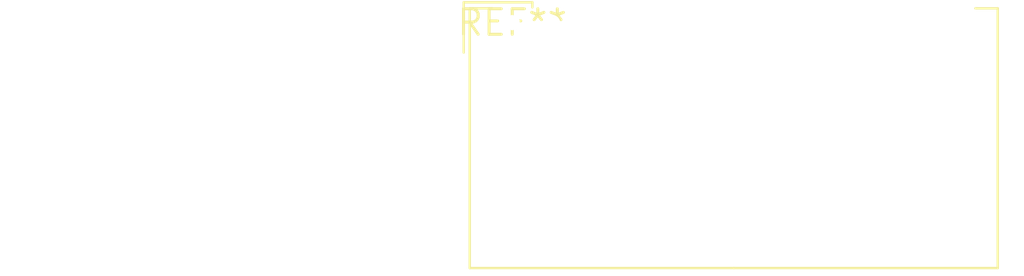
<source format=kicad_pcb>
(kicad_pcb (version 20240108) (generator pcbnew)
  (layers (0 "F.Cu" signal) (31 "B.Cu" signal) (34 "B.Paste" user) (35 "F.Paste" user) (36 "B.SilkS" user "B.Silkscreen") (37 "F.SilkS" user "F.Silkscreen") (38 "B.Mask" user) (39 "F.Mask" user) (44 "Edge.Cuts" user))
  (net 0 "")
  (footprint "JST_PUD_S24B-PUDSS-1_2x12_P2.00mm_Horizontal" (layer "F.Cu") (at 0 0)
    (property "Reference" "REF**")
    (property "Value" "JST_PUD_S24B-PUDSS-1_2x12_P2.00mm_Horizontal")
    (fp_line (start -2.41 -1.01) (end -2.41 1.49) (layer "F.SilkS") (stroke (width 0.12)))
    (fp_line (start -2.11 -0.71) (end -2.11 12.21) (layer "F.SilkS") (stroke (width 0.12)))
    (fp_line (start -2.11 12.21) (end 11 12.21) (layer "F.SilkS") (stroke (width 0.12)))
    (fp_line (start -1 -0.71) (end -2.11 -0.71) (layer "F.SilkS") (stroke (width 0.12)))
    (fp_line (start 1 -1.01) (end -2.41 -1.01) (layer "F.SilkS") (stroke (width 0.12)))
    (fp_line (start 1 -0.76) (end 1 -1.01) (layer "F.SilkS") (stroke (width 0.12)))
    (fp_line (start 23 -0.71) (end 24.11 -0.71) (layer "F.SilkS") (stroke (width 0.12)))
    (fp_line (start 24.11 -0.71) (end 24.11 12.21) (layer "F.SilkS") (stroke (width 0.12)))
    (fp_line (start 24.11 12.21) (end 11 12.21) (layer "F.SilkS") (stroke (width 0.12)))
    (pad "" np_thru_hole circle (at -0.9 9.7) (size 1.65 1.65) (drill 1.65) (layers *.Cu *.Mask))
    (pad "" np_thru_hole circle (at 22.9 9.7) (size 1.65 1.65) (drill 1.65) (layers *.Cu *.Mask))
    (pad "1" thru_hole roundrect (at 0 0) (size 1.2 1.2) (drill 0.75) (layers *.Cu *.Mask) (remove_unused_layers) (roundrect_rratio 0.208333))
    (pad "2" thru_hole circle (at 0 2) (size 1.2 1.2) (drill 0.75) (layers *.Cu *.Mask) (remove_unused_layers))
    (pad "3" thru_hole circle (at 2 0) (size 1.2 1.2) (drill 0.75) (layers *.Cu *.Mask) (remove_unused_layers))
    (pad "4" thru_hole circle (at 2 2) (size 1.2 1.2) (drill 0.75) (layers *.Cu *.Mask) (remove_unused_layers))
    (pad "5" thru_hole circle (at 4 0) (size 1.2 1.2) (drill 0.75) (layers *.Cu *.Mask) (remove_unused_layers))
    (pad "6" thru_hole circle (at 4 2) (size 1.2 1.2) (drill 0.75) (layers *.Cu *.Mask) (remove_unused_layers))
    (pad "7" thru_hole circle (at 6 0) (size 1.2 1.2) (drill 0.75) (layers *.Cu *.Mask) (remove_unused_layers))
    (pad "8" thru_hole circle (at 6 2) (size 1.2 1.2) (drill 0.75) (layers *.Cu *.Mask) (remove_unused_layers))
    (pad "9" thru_hole circle (at 8 0) (size 1.2 1.2) (drill 0.75) (layers *.Cu *.Mask) (remove_unused_layers))
    (pad "10" thru_hole circle (at 8 2) (size 1.2 1.2) (drill 0.75) (layers *.Cu *.Mask) (remove_unused_layers))
    (pad "11" thru_hole circle (at 10 0) (size 1.2 1.2) (drill 0.75) (layers *.Cu *.Mask) (remove_unused_layers))
    (pad "12" thru_hole circle (at 10 2) (size 1.2 1.2) (drill 0.75) (layers *.Cu *.Mask) (remove_unused_layers))
    (pad "13" thru_hole circle (at 12 0) (size 1.2 1.2) (drill 0.75) (layers *.Cu *.Mask) (remove_unused_layers))
    (pad "14" thru_hole circle (at 12 2) (size 1.2 1.2) (drill 0.75) (layers *.Cu *.Mask) (remove_unused_layers))
    (pad "15" thru_hole circle (at 14 0) (size 1.2 1.2) (drill 0.75) (layers *.Cu *.Mask) (remove_unused_layers))
    (pad "16" thru_hole circle (at 14 2) (size 1.2 1.2) (drill 0.75) (layers *.Cu *.Mask) (remove_unused_layers))
    (pad "17" thru_hole circle (at 16 0) (size 1.2 1.2) (drill 0.75) (layers *.Cu *.Mask) (remove_unused_layers))
    (pad "18" thru_hole circle (at 16 2) (size 1.2 1.2) (drill 0.75) (layers *.Cu *.Mask) (remove_unused_layers))
    (pad "19" thru_hole circle (at 18 0) (size 1.2 1.2) (drill 0.75) (layers *.Cu *.Mask) (remove_unused_layers))
    (pad "20" thru_hole circle (at 18 2) (size 1.2 1.2) (drill 0.75) (layers *.Cu *.Mask) (remove_unused_layers))
    (pad "21" thru_hole circle (at 20 0) (size 1.2 1.2) (drill 0.75) (layers *.Cu *.Mask) (remove_unused_layers))
    (pad "22" thru_hole circle (at 20 2) (size 1.2 1.2) (drill 0.75) (layers *.Cu *.Mask) (remove_unused_layers))
    (pad "23" thru_hole circle (at 22 0) (size 1.2 1.2) (drill 0.75) (layers *.Cu *.Mask) (remove_unused_layers))
    (pad "24" thru_hole circle (at 22 2) (size 1.2 1.2) (drill 0.75) (layers *.Cu *.Mask) (remove_unused_layers))
  )
)
</source>
